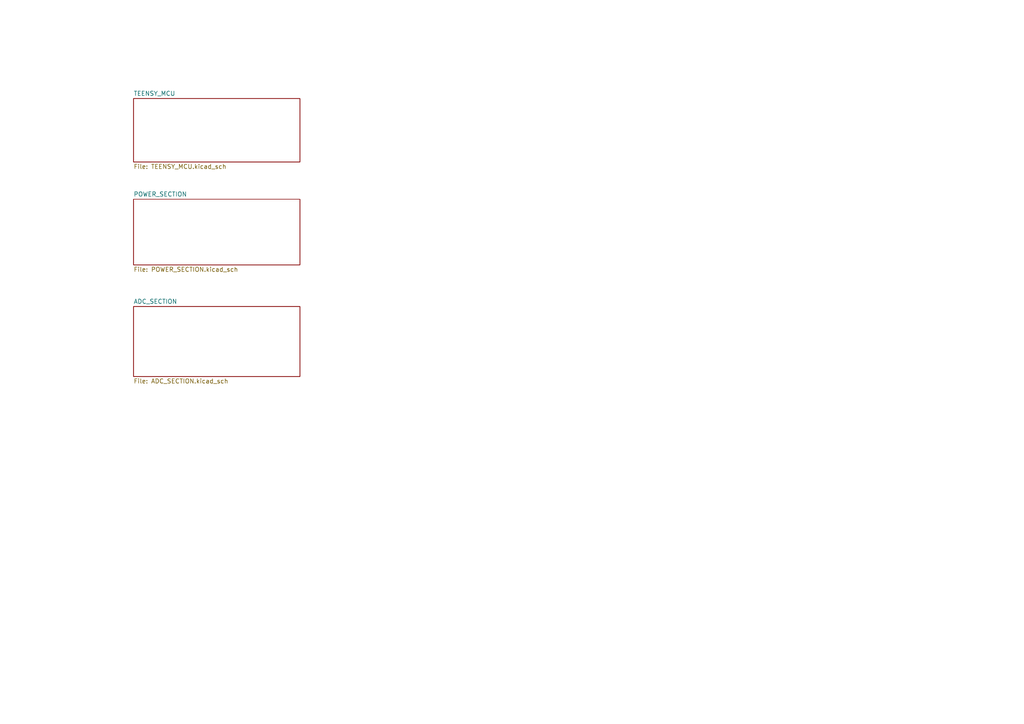
<source format=kicad_sch>
(kicad_sch (version 20230121) (generator eeschema)
  (paper "A4")
  (title_block (title "Split_Board_PartA") (date "2023-08-01"))
  (lib_symbols)
  (sheet (at 38.735 28.575) (size 48.26 18.415) (stroke (width 0.1524))
    (property "Sheetname" "TEENSY_MCU" (at 38.735 27.8634 0) (effects (justify left bottom)))
    (property "Sheetfile" "TEENSY_MCU.kicad_sch" (at 38.735 47.5746 0) (effects (justify left top)))
  )
  (sheet (at 38.735 57.785) (size 48.26 19.05) (stroke (width 0.1524))
    (property "Sheetname" "POWER_SECTION" (at 38.735 57.0734 0) (effects (justify left bottom)))
    (property "Sheetfile" "POWER_SECTION.kicad_sch" (at 38.735 77.4196 0) (effects (justify left top)))
  )
  (sheet (at 38.735 88.9) (size 48.26 20.32) (stroke (width 0.1524))
    (property "Sheetname" "ADC_SECTION" (at 38.735 88.1884 0) (effects (justify left bottom)))
    (property "Sheetfile" "ADC_SECTION.kicad_sch" (at 38.735 109.8046 0) (effects (justify left top)))
  )
)
</source>
